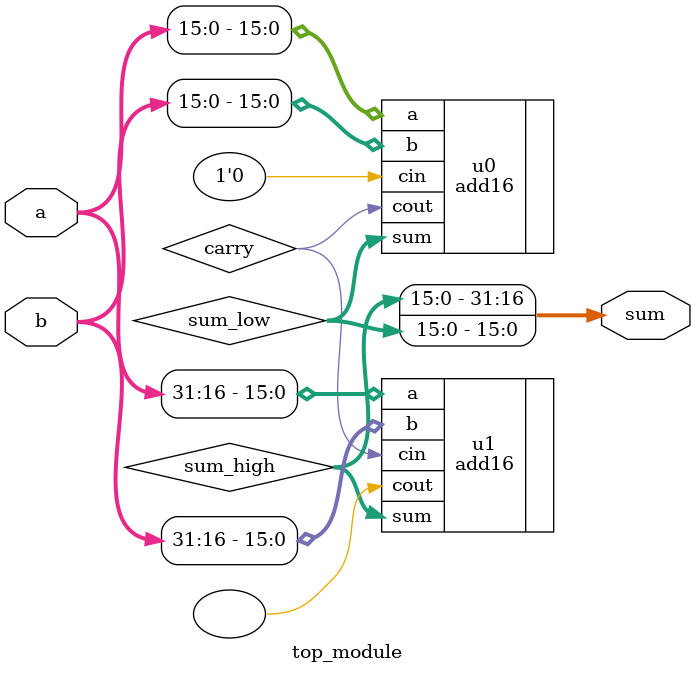
<source format=v>

module add1 (
    input a,
    input b,
    input cin,
    output sum,
    output cout
);
    assign sum = a ^ b ^ cin;
    assign cout = (a & b) | (a & cin) | (b & cin);
endmodule

// Top module: somador de 32 bits usando dois módulos add16
module top_module (
    input [31:0] a,
    input [31:0] b,
    output [31:0] sum
);
    wire [15:0] sum_low, sum_high;
    wire carry;

    // Somador dos bits 15:0
    add16 u0 (
        .a(a[15:0]),
        .b(b[15:0]),
        .cin(1'b0),
        .sum(sum_low),
        .cout(carry)
    );

    // Somador dos bits 31:16
    add16 u1 (
        .a(a[31:16]),
        .b(b[31:16]),
        .cin(carry),
        .sum(sum_high),
        .cout()  // carry-out ignorado
    );

    assign sum = {sum_high, sum_low};
endmodule

</source>
